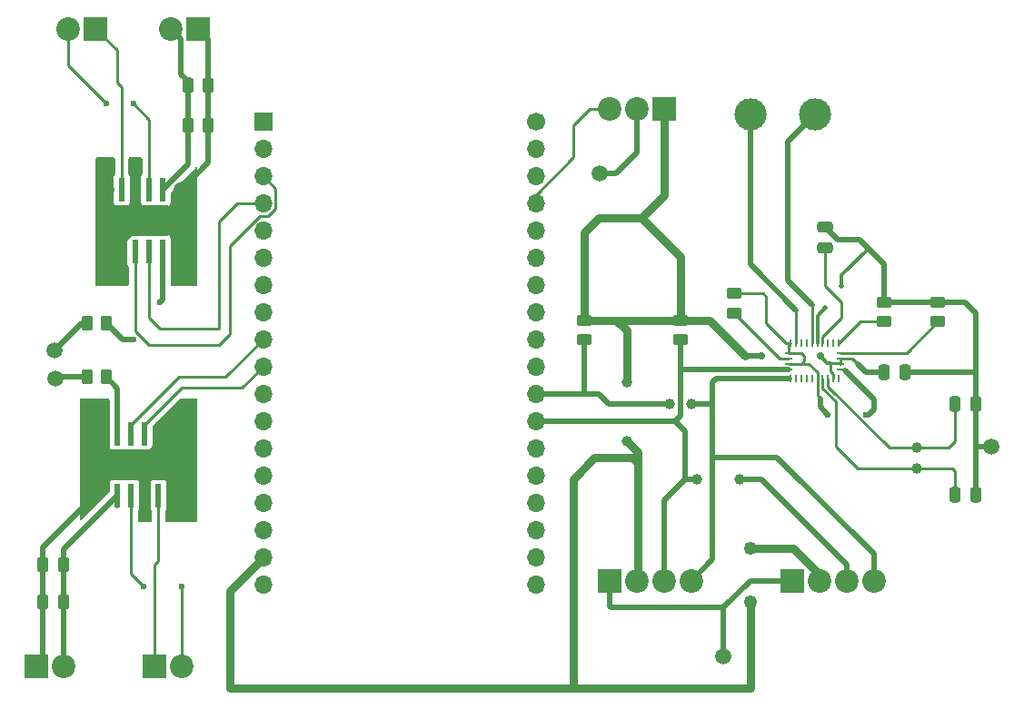
<source format=gtl>
G04 #@! TF.GenerationSoftware,KiCad,Pcbnew,8.0.5*
G04 #@! TF.CreationDate,2024-11-14T17:14:10-08:00*
G04 #@! TF.ProjectId,Predator-Bot-V1,50726564-6174-46f7-922d-426f742d5631,0.01*
G04 #@! TF.SameCoordinates,Original*
G04 #@! TF.FileFunction,Copper,L1,Top*
G04 #@! TF.FilePolarity,Positive*
%FSLAX46Y46*%
G04 Gerber Fmt 4.6, Leading zero omitted, Abs format (unit mm)*
G04 Created by KiCad (PCBNEW 8.0.5) date 2024-11-14 17:14:10*
%MOMM*%
%LPD*%
G01*
G04 APERTURE LIST*
G04 Aperture macros list*
%AMRoundRect*
0 Rectangle with rounded corners*
0 $1 Rounding radius*
0 $2 $3 $4 $5 $6 $7 $8 $9 X,Y pos of 4 corners*
0 Add a 4 corners polygon primitive as box body*
4,1,4,$2,$3,$4,$5,$6,$7,$8,$9,$2,$3,0*
0 Add four circle primitives for the rounded corners*
1,1,$1+$1,$2,$3*
1,1,$1+$1,$4,$5*
1,1,$1+$1,$6,$7*
1,1,$1+$1,$8,$9*
0 Add four rect primitives between the rounded corners*
20,1,$1+$1,$2,$3,$4,$5,0*
20,1,$1+$1,$4,$5,$6,$7,0*
20,1,$1+$1,$6,$7,$8,$9,0*
20,1,$1+$1,$8,$9,$2,$3,0*%
G04 Aperture macros list end*
G04 #@! TA.AperFunction,SMDPad,CuDef*
%ADD10RoundRect,0.250000X0.250000X0.475000X-0.250000X0.475000X-0.250000X-0.475000X0.250000X-0.475000X0*%
G04 #@! TD*
G04 #@! TA.AperFunction,SMDPad,CuDef*
%ADD11R,0.500000X2.200000*%
G04 #@! TD*
G04 #@! TA.AperFunction,ComponentPad*
%ADD12C,0.630000*%
G04 #@! TD*
G04 #@! TA.AperFunction,SMDPad,CuDef*
%ADD13R,4.900000X2.950000*%
G04 #@! TD*
G04 #@! TA.AperFunction,SMDPad,CuDef*
%ADD14RoundRect,0.250000X-0.262500X-0.450000X0.262500X-0.450000X0.262500X0.450000X-0.262500X0.450000X0*%
G04 #@! TD*
G04 #@! TA.AperFunction,ComponentPad*
%ADD15R,1.700000X1.700000*%
G04 #@! TD*
G04 #@! TA.AperFunction,ComponentPad*
%ADD16O,1.700000X1.700000*%
G04 #@! TD*
G04 #@! TA.AperFunction,ComponentPad*
%ADD17C,1.700000*%
G04 #@! TD*
G04 #@! TA.AperFunction,SMDPad,CuDef*
%ADD18R,0.254000X0.675000*%
G04 #@! TD*
G04 #@! TA.AperFunction,SMDPad,CuDef*
%ADD19R,0.675000X0.254000*%
G04 #@! TD*
G04 #@! TA.AperFunction,SMDPad,CuDef*
%ADD20RoundRect,0.250000X0.450000X-0.262500X0.450000X0.262500X-0.450000X0.262500X-0.450000X-0.262500X0*%
G04 #@! TD*
G04 #@! TA.AperFunction,ComponentPad*
%ADD21C,2.200000*%
G04 #@! TD*
G04 #@! TA.AperFunction,ComponentPad*
%ADD22R,2.200000X2.200000*%
G04 #@! TD*
G04 #@! TA.AperFunction,ComponentPad*
%ADD23C,1.000000*%
G04 #@! TD*
G04 #@! TA.AperFunction,SMDPad,CuDef*
%ADD24RoundRect,0.250000X-0.450000X0.262500X-0.450000X-0.262500X0.450000X-0.262500X0.450000X0.262500X0*%
G04 #@! TD*
G04 #@! TA.AperFunction,SMDPad,CuDef*
%ADD25RoundRect,0.250000X-0.250000X-0.475000X0.250000X-0.475000X0.250000X0.475000X-0.250000X0.475000X0*%
G04 #@! TD*
G04 #@! TA.AperFunction,ComponentPad*
%ADD26C,3.000000*%
G04 #@! TD*
G04 #@! TA.AperFunction,SMDPad,CuDef*
%ADD27RoundRect,0.250000X0.475000X-0.250000X0.475000X0.250000X-0.475000X0.250000X-0.475000X-0.250000X0*%
G04 #@! TD*
G04 #@! TA.AperFunction,ViaPad*
%ADD28C,1.250000*%
G04 #@! TD*
G04 #@! TA.AperFunction,ViaPad*
%ADD29C,0.600000*%
G04 #@! TD*
G04 #@! TA.AperFunction,ViaPad*
%ADD30C,1.500000*%
G04 #@! TD*
G04 #@! TA.AperFunction,ViaPad*
%ADD31C,0.500000*%
G04 #@! TD*
G04 #@! TA.AperFunction,ViaPad*
%ADD32C,1.000000*%
G04 #@! TD*
G04 #@! TA.AperFunction,ViaPad*
%ADD33C,0.700000*%
G04 #@! TD*
G04 #@! TA.AperFunction,Conductor*
%ADD34C,0.500000*%
G04 #@! TD*
G04 #@! TA.AperFunction,Conductor*
%ADD35C,0.750000*%
G04 #@! TD*
G04 #@! TA.AperFunction,Conductor*
%ADD36C,0.254000*%
G04 #@! TD*
G04 #@! TA.AperFunction,Conductor*
%ADD37C,0.300000*%
G04 #@! TD*
G04 #@! TA.AperFunction,Conductor*
%ADD38C,0.250000*%
G04 #@! TD*
G04 #@! TA.AperFunction,Conductor*
%ADD39C,0.200000*%
G04 #@! TD*
G04 APERTURE END LIST*
D10*
X190100000Y-101000000D03*
X192000000Y-101000000D03*
D11*
X115850000Y-103780000D03*
X114580000Y-103780000D03*
X113310000Y-103780000D03*
X112040000Y-103780000D03*
X112040000Y-109530000D03*
X113310000Y-109530000D03*
X114580000Y-109530000D03*
X115850000Y-109530000D03*
D12*
X115245000Y-106005000D03*
X113945000Y-106005000D03*
X112645000Y-106005000D03*
D13*
X113945000Y-106655000D03*
D12*
X115245000Y-107305000D03*
X113945000Y-107305000D03*
X112645000Y-107305000D03*
D14*
X111000000Y-93500000D03*
X109175000Y-93500000D03*
D15*
X125600000Y-74680000D03*
D16*
X125600000Y-77220000D03*
X125600000Y-79760000D03*
X125600000Y-82300000D03*
X125600000Y-84840000D03*
X125600000Y-87380000D03*
X125600000Y-89920000D03*
X125600000Y-92460000D03*
X125600000Y-95000000D03*
X125600000Y-97540000D03*
X125600000Y-100080000D03*
X125600000Y-102620000D03*
X125600000Y-105160000D03*
X125600000Y-107700000D03*
X125600000Y-110240000D03*
X125600000Y-112780000D03*
X125600000Y-115320000D03*
X125600000Y-117860000D03*
X151000000Y-117860000D03*
X151000000Y-115320000D03*
X151000000Y-112780000D03*
X151000000Y-110240000D03*
X151000000Y-107700000D03*
X151000000Y-105160000D03*
X151000000Y-102620000D03*
X151000000Y-100080000D03*
X151000000Y-97540000D03*
X151000000Y-95000000D03*
X151000000Y-92460000D03*
X151000000Y-89920000D03*
X151000000Y-87380000D03*
X151000000Y-84840000D03*
X151000000Y-82300000D03*
X151000000Y-79760000D03*
X151000000Y-77220000D03*
D17*
X151000000Y-74680000D03*
D18*
X179250000Y-98662500D03*
D19*
X179387500Y-97750000D03*
X179387500Y-97250000D03*
X179387500Y-96750000D03*
X179387500Y-96250000D03*
D18*
X179250000Y-95337500D03*
X178750000Y-95337500D03*
X178250000Y-95337500D03*
X177750000Y-95337500D03*
X177250000Y-95337500D03*
X176750000Y-95337500D03*
X176250000Y-95337500D03*
X175750000Y-95337500D03*
X175250000Y-95337500D03*
X174750000Y-95337500D03*
D19*
X174612500Y-96250000D03*
X174612500Y-96750000D03*
X174612500Y-97250000D03*
X174612500Y-97750000D03*
D18*
X174750000Y-98662500D03*
X175250000Y-98662500D03*
X175750000Y-98662500D03*
X176250000Y-98662500D03*
X176750000Y-98662500D03*
X177250000Y-98662500D03*
X177750000Y-98662500D03*
X178250000Y-98662500D03*
X178750000Y-98662500D03*
D20*
X188500000Y-93325000D03*
X188500000Y-91500000D03*
D21*
X107000000Y-125500000D03*
D22*
X104460000Y-125500000D03*
D14*
X109175000Y-98500000D03*
X111000000Y-98500000D03*
D20*
X164500000Y-95000000D03*
X164500000Y-93175000D03*
D10*
X107000000Y-119500000D03*
X105100000Y-119500000D03*
D23*
X186486526Y-105100000D03*
X186486526Y-107000000D03*
D22*
X174880000Y-117500000D03*
D21*
X177420000Y-117500000D03*
X179960000Y-117500000D03*
X182500000Y-117500000D03*
D24*
X183500000Y-91500000D03*
X183500000Y-93325000D03*
D25*
X118600000Y-75000000D03*
X120500000Y-75000000D03*
D21*
X117000000Y-66000000D03*
D22*
X119540000Y-66000000D03*
D10*
X190100000Y-109500000D03*
X192000000Y-109500000D03*
D22*
X163000000Y-73500000D03*
D21*
X160460000Y-73500000D03*
X157920000Y-73500000D03*
D26*
X171000000Y-74000000D03*
D24*
X169500000Y-90675000D03*
X169500000Y-92500000D03*
D27*
X178000000Y-86400000D03*
X178000000Y-84500000D03*
D25*
X118600000Y-71245000D03*
X120500000Y-71245000D03*
D21*
X107460000Y-66000000D03*
D22*
X110000000Y-66000000D03*
D12*
X115630000Y-83220000D03*
X114330000Y-83220000D03*
X113030000Y-83220000D03*
D13*
X114330000Y-83870000D03*
D12*
X115630000Y-84520000D03*
X114330000Y-84520000D03*
X113030000Y-84520000D03*
D11*
X112425000Y-80995000D03*
X113695000Y-80995000D03*
X114965000Y-80995000D03*
X116235000Y-80995000D03*
X116235000Y-86745000D03*
X114965000Y-86745000D03*
X113695000Y-86745000D03*
X112425000Y-86745000D03*
D20*
X155500000Y-95000000D03*
X155500000Y-93175000D03*
D26*
X177000000Y-74000000D03*
D21*
X118000000Y-125500000D03*
D22*
X115460000Y-125500000D03*
D21*
X165500000Y-117500000D03*
X162960000Y-117500000D03*
X160420000Y-117500000D03*
D22*
X157880000Y-117500000D03*
D10*
X107000000Y-116000000D03*
X105100000Y-116000000D03*
D25*
X183500000Y-98000000D03*
X185400000Y-98000000D03*
D28*
X171000000Y-114500000D03*
X171000000Y-119500000D03*
D29*
X111000000Y-73000000D03*
X113500000Y-73000000D03*
X113500000Y-95000000D03*
X116000000Y-91500000D03*
X118000000Y-118000000D03*
X114500000Y-118000000D03*
D30*
X111000000Y-87000000D03*
X106255000Y-98607500D03*
X118000000Y-87000000D03*
X109500000Y-110000000D03*
X111000000Y-81000000D03*
X109500000Y-102000000D03*
X118000000Y-83000000D03*
X111000000Y-89000000D03*
X118000000Y-85000000D03*
X118000000Y-104000000D03*
X109500000Y-104000000D03*
X118000000Y-102000000D03*
X118000000Y-110000000D03*
D29*
X178250000Y-102000000D03*
D30*
X118000000Y-89000000D03*
X109500000Y-106000000D03*
D31*
X179500000Y-90000000D03*
D30*
X118000000Y-106000000D03*
X111000000Y-83000000D03*
D29*
X181750000Y-102000000D03*
D30*
X106175000Y-96000000D03*
X168500000Y-124500000D03*
X111000000Y-79000000D03*
X118000000Y-81000000D03*
X109500000Y-108000000D03*
X157000000Y-79500000D03*
D31*
X178000000Y-92000000D03*
D30*
X111000000Y-85000000D03*
X118000000Y-108000000D03*
X193500000Y-105000000D03*
D32*
X166000000Y-108000000D03*
X163500000Y-101000000D03*
X165500000Y-101000000D03*
X159500000Y-104500000D03*
D33*
X172000000Y-96500000D03*
X177500000Y-96500000D03*
D32*
X159500000Y-99000000D03*
X170000000Y-108000000D03*
D34*
X181767501Y-101982499D02*
X181785002Y-102000000D01*
D35*
X159500000Y-99000000D02*
X159500000Y-94175000D01*
X159500000Y-94175000D02*
X158500000Y-93175000D01*
X160500000Y-105500000D02*
X160500000Y-106500000D01*
X159500000Y-104500000D02*
X160500000Y-105500000D01*
D34*
X192000000Y-98000000D02*
X185400000Y-98000000D01*
D36*
X179000000Y-100778764D02*
X179000000Y-105000000D01*
X181000000Y-107000000D02*
X186486526Y-107000000D01*
X177750000Y-99528764D02*
X179000000Y-100778764D01*
X179000000Y-105000000D02*
X181000000Y-107000000D01*
X177750000Y-98662500D02*
X177750000Y-99528764D01*
X190100000Y-107300000D02*
X190100000Y-109500000D01*
X189800000Y-107000000D02*
X190100000Y-107300000D01*
X190100000Y-104500000D02*
X190100000Y-101000000D01*
X189500000Y-105100000D02*
X190100000Y-104500000D01*
D34*
X192000000Y-92500000D02*
X192000000Y-98000000D01*
X191000000Y-91500000D02*
X192000000Y-92500000D01*
X188500000Y-91500000D02*
X191000000Y-91500000D01*
D36*
X186486526Y-107000000D02*
X189800000Y-107000000D01*
X186486526Y-105100000D02*
X189500000Y-105100000D01*
D35*
X156500000Y-106000000D02*
X160000000Y-106000000D01*
X154500000Y-127500000D02*
X154500000Y-108000000D01*
X154500000Y-108000000D02*
X156500000Y-106000000D01*
X160000000Y-106000000D02*
X160500000Y-106500000D01*
D36*
X177750000Y-94719000D02*
X177750000Y-95337500D01*
X179500000Y-91500000D02*
X179500000Y-92969000D01*
X179500000Y-92969000D02*
X177750000Y-94719000D01*
X178000000Y-90000000D02*
X179500000Y-91500000D01*
X178000000Y-86400000D02*
X178000000Y-90000000D01*
D37*
X179500000Y-90000000D02*
X179500000Y-89000000D01*
X179500000Y-89000000D02*
X182000000Y-86500000D01*
D34*
X181175000Y-85675000D02*
X179175000Y-85675000D01*
X183500000Y-88000000D02*
X181175000Y-85675000D01*
X183500000Y-91500000D02*
X183500000Y-88000000D01*
X179175000Y-85675000D02*
X178000000Y-84500000D01*
D36*
X189800000Y-109500000D02*
X190100000Y-109500000D01*
X183963288Y-105100000D02*
X186486526Y-105100000D01*
X178250000Y-99250000D02*
X178250000Y-99386712D01*
X178250000Y-99386712D02*
X183963288Y-105100000D01*
X176750000Y-91750000D02*
X176750000Y-95337500D01*
D34*
X174500000Y-89500000D02*
X176750000Y-91750000D01*
X174500000Y-76500000D02*
X174500000Y-89500000D01*
X177000000Y-74000000D02*
X174500000Y-76500000D01*
D36*
X175250000Y-92250000D02*
X175250000Y-95337500D01*
D34*
X171000000Y-88000000D02*
X175250000Y-92250000D01*
X171000000Y-74000000D02*
X171000000Y-88000000D01*
X167837500Y-98662500D02*
X174673000Y-98662500D01*
X164673000Y-97827000D02*
X174535500Y-97827000D01*
X164500000Y-98000000D02*
X164500000Y-97500000D01*
X164500000Y-102120000D02*
X164500000Y-98000000D01*
X164500000Y-98000000D02*
X164673000Y-97827000D01*
X173500000Y-106000000D02*
X182500000Y-115000000D01*
X182500000Y-115000000D02*
X182500000Y-117500000D01*
X167500000Y-106000000D02*
X173500000Y-106000000D01*
X180000000Y-116000000D02*
X172000000Y-108000000D01*
X180000000Y-117460000D02*
X180000000Y-116000000D01*
X172000000Y-108000000D02*
X170000000Y-108000000D01*
X182500000Y-100548000D02*
X179827000Y-97875000D01*
X182500000Y-101500000D02*
X182500000Y-100548000D01*
X182000000Y-102000000D02*
X182500000Y-101500000D01*
D38*
X177250000Y-100250000D02*
X177500000Y-100500000D01*
X177250000Y-98662500D02*
X177250000Y-100250000D01*
D34*
X177500000Y-101250000D02*
X177500000Y-100500000D01*
X178250000Y-102000000D02*
X177500000Y-101250000D01*
X160460000Y-77540000D02*
X160460000Y-73500000D01*
X158500000Y-79500000D02*
X160460000Y-77540000D01*
X157000000Y-79500000D02*
X158500000Y-79500000D01*
D36*
X179960000Y-117500000D02*
X180000000Y-117460000D01*
D35*
X174980000Y-114500000D02*
X171000000Y-114500000D01*
D34*
X171000000Y-117500000D02*
X168500000Y-120000000D01*
X174880000Y-117500000D02*
X171000000Y-117500000D01*
D35*
X177420000Y-116940000D02*
X174980000Y-114500000D01*
X177420000Y-117500000D02*
X177420000Y-116940000D01*
X122500000Y-118420000D02*
X125600000Y-115320000D01*
X122500000Y-127500000D02*
X122500000Y-118420000D01*
X171000000Y-127500000D02*
X122500000Y-127500000D01*
D34*
X157880000Y-119880000D02*
X157880000Y-117500000D01*
X158000000Y-120000000D02*
X157880000Y-119880000D01*
X168500000Y-120000000D02*
X158000000Y-120000000D01*
D35*
X171000000Y-119500000D02*
X171000000Y-127500000D01*
D34*
X165500000Y-101000000D02*
X167500000Y-101000000D01*
X167500000Y-101000000D02*
X167500000Y-99000000D01*
X167500000Y-106000000D02*
X167500000Y-101000000D01*
X165500000Y-117500000D02*
X167500000Y-115500000D01*
X167500000Y-115500000D02*
X167500000Y-106000000D01*
X163000000Y-109960000D02*
X164960000Y-108000000D01*
X163000000Y-117460000D02*
X163000000Y-109960000D01*
D36*
X162960000Y-117500000D02*
X163000000Y-117460000D01*
D35*
X160500000Y-117420000D02*
X160500000Y-106500000D01*
D34*
X160420000Y-117500000D02*
X160500000Y-117420000D01*
X156920000Y-100080000D02*
X151000000Y-100080000D01*
X163500000Y-101000000D02*
X157840000Y-101000000D01*
X157840000Y-101000000D02*
X156920000Y-100080000D01*
D35*
X156847000Y-83653000D02*
X160847000Y-83653000D01*
X155500000Y-85000000D02*
X156847000Y-83653000D01*
X155500000Y-93175000D02*
X155500000Y-85000000D01*
X164500000Y-93175000D02*
X155500000Y-93175000D01*
D34*
X155500000Y-100080000D02*
X155500000Y-95000000D01*
D36*
X156000000Y-73500000D02*
X157920000Y-73500000D01*
X154500000Y-75000000D02*
X156000000Y-73500000D01*
X151000000Y-81500000D02*
X154500000Y-78000000D01*
X154500000Y-78000000D02*
X154500000Y-75000000D01*
D39*
X151000000Y-82300000D02*
X151000000Y-81500000D01*
D35*
X160847000Y-83653000D02*
X163000000Y-81500000D01*
X163000000Y-81500000D02*
X163000000Y-79500000D01*
D34*
X164000000Y-102620000D02*
X164500000Y-102120000D01*
X151000000Y-102620000D02*
X164000000Y-102620000D01*
D36*
X114965000Y-74465000D02*
X114965000Y-80995000D01*
X113500000Y-73000000D02*
X114965000Y-74465000D01*
X107460000Y-69460000D02*
X107460000Y-66000000D01*
X111000000Y-73000000D02*
X107460000Y-69460000D01*
X115850000Y-115617000D02*
X115850000Y-109530000D01*
X115460000Y-116007000D02*
X115850000Y-115617000D01*
X112000000Y-68000000D02*
X110000000Y-66000000D01*
X112000000Y-71000000D02*
X112000000Y-68000000D01*
X112425000Y-71425000D02*
X112000000Y-71000000D01*
X112425000Y-80995000D02*
X112425000Y-71425000D01*
D34*
X120500000Y-66960000D02*
X120500000Y-71245000D01*
X119540000Y-66000000D02*
X120500000Y-66960000D01*
X117960000Y-66960000D02*
X117000000Y-66000000D01*
X117960000Y-70260000D02*
X117960000Y-66960000D01*
X118600000Y-70900000D02*
X117960000Y-70260000D01*
X118600000Y-71245000D02*
X118600000Y-70900000D01*
X120500000Y-78500000D02*
X118000000Y-81000000D01*
X120500000Y-75000000D02*
X120500000Y-78500000D01*
X120500000Y-71245000D02*
X120500000Y-75000000D01*
X118600000Y-75000000D02*
X118600000Y-71245000D01*
X118600000Y-78630000D02*
X118600000Y-75000000D01*
X116235000Y-80995000D02*
X118600000Y-78630000D01*
X108675000Y-93500000D02*
X109175000Y-93500000D01*
X106175000Y-96000000D02*
X108675000Y-93500000D01*
X112500000Y-95000000D02*
X113500000Y-95000000D01*
X111000000Y-93500000D02*
X112500000Y-95000000D01*
D36*
X114500000Y-118000000D02*
X113310000Y-116810000D01*
X113310000Y-116810000D02*
X113310000Y-109530000D01*
D34*
X116235000Y-91265000D02*
X116000000Y-91500000D01*
X116235000Y-86745000D02*
X116235000Y-91265000D01*
D36*
X114965000Y-92965000D02*
X114965000Y-86745000D01*
X121500000Y-94000000D02*
X116000000Y-94000000D01*
X121500000Y-84000000D02*
X121500000Y-94000000D01*
X123200000Y-82300000D02*
X121500000Y-84000000D01*
X125600000Y-82300000D02*
X123200000Y-82300000D01*
X116000000Y-94000000D02*
X114965000Y-92965000D01*
X113695000Y-94195000D02*
X113695000Y-86745000D01*
X115000000Y-95500000D02*
X113695000Y-94195000D01*
X121500000Y-95500000D02*
X115000000Y-95500000D01*
X122500000Y-94500000D02*
X121500000Y-95500000D01*
X125298470Y-83477000D02*
X122500000Y-86275470D01*
X126087530Y-83477000D02*
X125298470Y-83477000D01*
X126777000Y-82787530D02*
X126087530Y-83477000D01*
X126777000Y-80937000D02*
X126777000Y-82787530D01*
X125600000Y-79760000D02*
X126777000Y-80937000D01*
X122500000Y-86275470D02*
X122500000Y-94500000D01*
D34*
X112040000Y-99540000D02*
X111000000Y-98500000D01*
X112040000Y-103780000D02*
X112040000Y-99540000D01*
D36*
X117740000Y-98500000D02*
X122100000Y-98500000D01*
X113310000Y-102930000D02*
X117740000Y-98500000D01*
X113310000Y-103780000D02*
X113310000Y-102930000D01*
X122100000Y-98500000D02*
X125600000Y-95000000D01*
X123640000Y-99500000D02*
X125600000Y-97540000D01*
X118010000Y-99500000D02*
X123640000Y-99500000D01*
X114580000Y-103780000D02*
X114580000Y-102930000D01*
X114580000Y-102930000D02*
X118010000Y-99500000D01*
X115000000Y-80960000D02*
X114965000Y-80995000D01*
D34*
X105100000Y-116000000D02*
X105100000Y-114400000D01*
X105100000Y-114400000D02*
X109500000Y-110000000D01*
X105100000Y-124860000D02*
X104460000Y-125500000D01*
X105100000Y-120000000D02*
X105100000Y-124860000D01*
X105100000Y-116000000D02*
X105100000Y-120000000D01*
X107000000Y-120000000D02*
X107000000Y-125500000D01*
X107000000Y-116000000D02*
X107000000Y-120000000D01*
X112040000Y-109530000D02*
X107000000Y-114570000D01*
X107000000Y-114570000D02*
X107000000Y-116000000D01*
D36*
X118000000Y-118000000D02*
X118000000Y-125500000D01*
X115460000Y-116007000D02*
X115460000Y-125500000D01*
D34*
X112425000Y-85895000D02*
X113695000Y-84625000D01*
X114330000Y-83870000D02*
X113695000Y-83235000D01*
X192000000Y-105000000D02*
X192000000Y-109500000D01*
X113695000Y-83235000D02*
X113695000Y-80995000D01*
D36*
X172175000Y-90675000D02*
X169500000Y-90675000D01*
X112425000Y-86745000D02*
X112425000Y-85895000D01*
D34*
X192000000Y-101000000D02*
X192000000Y-97500000D01*
D38*
X177250000Y-98662500D02*
X177250000Y-98048000D01*
D36*
X106362500Y-98500000D02*
X106255000Y-98607500D01*
D37*
X177250000Y-95337500D02*
X177250000Y-92750000D01*
D34*
X113695000Y-84625000D02*
X113695000Y-80995000D01*
D36*
X115850000Y-103780000D02*
X115850000Y-104750000D01*
X172500000Y-93500000D02*
X172500000Y-91000000D01*
X174337500Y-95337500D02*
X172500000Y-93500000D01*
D34*
X115850000Y-104750000D02*
X113945000Y-106655000D01*
D36*
X175750000Y-97250000D02*
X176000000Y-97000000D01*
X105000000Y-115900000D02*
X105100000Y-116000000D01*
D37*
X179827000Y-97875000D02*
X179752449Y-97875000D01*
D34*
X168500000Y-124500000D02*
X168500000Y-120000000D01*
D36*
X174612500Y-97250000D02*
X175750000Y-97250000D01*
X176000000Y-96500000D02*
X175750000Y-96250000D01*
X172500000Y-91000000D02*
X172175000Y-90675000D01*
D34*
X188500000Y-91500000D02*
X183500000Y-91500000D01*
D36*
X174612500Y-95475000D02*
X174750000Y-95337500D01*
D34*
X109175000Y-98500000D02*
X106362500Y-98500000D01*
D36*
X174750000Y-95337500D02*
X174337500Y-95337500D01*
X175750000Y-96250000D02*
X174612500Y-96250000D01*
D37*
X177250000Y-92750000D02*
X178000000Y-92000000D01*
D36*
X174612500Y-96250000D02*
X174612500Y-95475000D01*
X176000000Y-97000000D02*
X176000000Y-96500000D01*
D34*
X192000000Y-101000000D02*
X192000000Y-105000000D01*
X192000000Y-105000000D02*
X193500000Y-105000000D01*
D38*
X176452000Y-97250000D02*
X175750000Y-97250000D01*
X177250000Y-98048000D02*
X176452000Y-97250000D01*
D34*
X116235000Y-80765000D02*
X116235000Y-80995000D01*
D36*
X178250000Y-99281000D02*
X178250000Y-98662500D01*
X107000000Y-115450000D02*
X106900000Y-115350000D01*
D34*
X112040000Y-110460000D02*
X112040000Y-109530000D01*
X164960000Y-108000000D02*
X164960000Y-103580000D01*
X166000000Y-108000000D02*
X164960000Y-108000000D01*
X164960000Y-103580000D02*
X164000000Y-102620000D01*
X164500000Y-97500000D02*
X164500000Y-95000000D01*
X167837500Y-98662500D02*
X167500000Y-99000000D01*
D36*
X118000000Y-125814000D02*
X118000000Y-125500000D01*
X173750000Y-96750000D02*
X174612500Y-96750000D01*
X169500000Y-92500000D02*
X173750000Y-96750000D01*
X183500000Y-93325000D02*
X181262500Y-93325000D01*
X181262500Y-93325000D02*
X179250000Y-95337500D01*
X188500000Y-93325000D02*
X185575000Y-96250000D01*
X185575000Y-96250000D02*
X179387500Y-96250000D01*
X176750000Y-74250000D02*
X177000000Y-74000000D01*
D34*
X181750000Y-98000000D02*
X181000000Y-97250000D01*
X183500000Y-98000000D02*
X181750000Y-98000000D01*
D35*
X167175000Y-93175000D02*
X164500000Y-93175000D01*
D36*
X178500000Y-97954000D02*
X178500000Y-97173000D01*
X178500000Y-97173000D02*
X179310500Y-97173000D01*
D37*
X178173000Y-97173000D02*
X178500000Y-97173000D01*
D36*
X179310500Y-97173000D02*
X179387500Y-97250000D01*
D35*
X164500000Y-87306000D02*
X160847000Y-83653000D01*
D36*
X178750000Y-98662500D02*
X178750000Y-98204000D01*
D35*
X163000000Y-79500000D02*
X163000000Y-73500000D01*
D36*
X179387500Y-96750000D02*
X180500000Y-96750000D01*
D35*
X164500000Y-93175000D02*
X164500000Y-87306000D01*
D37*
X177500000Y-96500000D02*
X178173000Y-97173000D01*
D36*
X180500000Y-96750000D02*
X181000000Y-97250000D01*
X178750000Y-98204000D02*
X178500000Y-97954000D01*
D34*
X177420000Y-117500000D02*
X177420000Y-118060000D01*
D36*
X179387500Y-96750000D02*
X179387500Y-97250000D01*
D34*
X178000000Y-101750000D02*
X178250000Y-102000000D01*
X172000000Y-96500000D02*
X170500000Y-96500000D01*
D35*
X170500000Y-96500000D02*
X167175000Y-93175000D01*
G04 #@! TA.AperFunction,Conductor*
G36*
X111232539Y-100519685D02*
G01*
X111278294Y-100572489D01*
X111289500Y-100624000D01*
X111289500Y-104927870D01*
X111289501Y-104927876D01*
X111295908Y-104987483D01*
X111346202Y-105122328D01*
X111346206Y-105122335D01*
X111432452Y-105237544D01*
X111432455Y-105237547D01*
X111547664Y-105323793D01*
X111547671Y-105323797D01*
X111592618Y-105340561D01*
X111682517Y-105374091D01*
X111742127Y-105380500D01*
X112337872Y-105380499D01*
X112397483Y-105374091D01*
X112532331Y-105323796D01*
X112600689Y-105272622D01*
X112666153Y-105248206D01*
X112734426Y-105263057D01*
X112749311Y-105272623D01*
X112817669Y-105323796D01*
X112817671Y-105323797D01*
X112862618Y-105340561D01*
X112952517Y-105374091D01*
X113012127Y-105380500D01*
X113607872Y-105380499D01*
X113667483Y-105374091D01*
X113802331Y-105323796D01*
X113870689Y-105272622D01*
X113936153Y-105248206D01*
X114004426Y-105263057D01*
X114019311Y-105272623D01*
X114087669Y-105323796D01*
X114087671Y-105323797D01*
X114132618Y-105340561D01*
X114222517Y-105374091D01*
X114282127Y-105380500D01*
X114877872Y-105380499D01*
X114937483Y-105374091D01*
X115072331Y-105323796D01*
X115187546Y-105237546D01*
X115273796Y-105122331D01*
X115324091Y-104987483D01*
X115330500Y-104927873D01*
X115330499Y-103118279D01*
X115350184Y-103051241D01*
X115366813Y-103030604D01*
X117861100Y-100536319D01*
X117922423Y-100502834D01*
X117948781Y-100500000D01*
X119376000Y-100500000D01*
X119443039Y-100519685D01*
X119488794Y-100572489D01*
X119500000Y-100624000D01*
X119500000Y-111876000D01*
X119480315Y-111943039D01*
X119427511Y-111988794D01*
X119376000Y-112000000D01*
X116601500Y-112000000D01*
X116534461Y-111980315D01*
X116488706Y-111927511D01*
X116477500Y-111876000D01*
X116477500Y-111002161D01*
X116497185Y-110935122D01*
X116502234Y-110927850D01*
X116543796Y-110872331D01*
X116594091Y-110737483D01*
X116600500Y-110677873D01*
X116600499Y-108382128D01*
X116594091Y-108322517D01*
X116543796Y-108187669D01*
X116543795Y-108187668D01*
X116543793Y-108187664D01*
X116457547Y-108072455D01*
X116457544Y-108072452D01*
X116342335Y-107986206D01*
X116342328Y-107986202D01*
X116207486Y-107935910D01*
X116207485Y-107935909D01*
X116207483Y-107935909D01*
X116147873Y-107929500D01*
X116147863Y-107929500D01*
X115552129Y-107929500D01*
X115552123Y-107929501D01*
X115492516Y-107935908D01*
X115357671Y-107986202D01*
X115357664Y-107986206D01*
X115242455Y-108072452D01*
X115242452Y-108072455D01*
X115156206Y-108187664D01*
X115156202Y-108187671D01*
X115105908Y-108322517D01*
X115099501Y-108382116D01*
X115099501Y-108382123D01*
X115099500Y-108382135D01*
X115099500Y-110677870D01*
X115099501Y-110677876D01*
X115105908Y-110737483D01*
X115156202Y-110872327D01*
X115156204Y-110872331D01*
X115197766Y-110927850D01*
X115222184Y-110993314D01*
X115222500Y-111002161D01*
X115222500Y-111876000D01*
X115202815Y-111943039D01*
X115150011Y-111988794D01*
X115098500Y-112000000D01*
X114061500Y-112000000D01*
X113994461Y-111980315D01*
X113948706Y-111927511D01*
X113937500Y-111876000D01*
X113937500Y-111002161D01*
X113957185Y-110935122D01*
X113962234Y-110927850D01*
X114003796Y-110872331D01*
X114054091Y-110737483D01*
X114060500Y-110677873D01*
X114060499Y-108382128D01*
X114054091Y-108322517D01*
X114003796Y-108187669D01*
X114003795Y-108187668D01*
X114003793Y-108187664D01*
X113917547Y-108072455D01*
X113917544Y-108072452D01*
X113802335Y-107986206D01*
X113802328Y-107986202D01*
X113667486Y-107935910D01*
X113667485Y-107935909D01*
X113667483Y-107935909D01*
X113607873Y-107929500D01*
X113607863Y-107929500D01*
X113012129Y-107929500D01*
X113012123Y-107929501D01*
X112952516Y-107935908D01*
X112817671Y-107986202D01*
X112817669Y-107986203D01*
X112749311Y-108037377D01*
X112683847Y-108061794D01*
X112615574Y-108046943D01*
X112600689Y-108037377D01*
X112532330Y-107986203D01*
X112532328Y-107986202D01*
X112397486Y-107935910D01*
X112397485Y-107935909D01*
X112397483Y-107935909D01*
X112337873Y-107929500D01*
X112337863Y-107929500D01*
X111742129Y-107929500D01*
X111742123Y-107929501D01*
X111682516Y-107935908D01*
X111547671Y-107986202D01*
X111547664Y-107986206D01*
X111432455Y-108072452D01*
X111432452Y-108072455D01*
X111346206Y-108187664D01*
X111346202Y-108187671D01*
X111295908Y-108322517D01*
X111289501Y-108382116D01*
X111289501Y-108382123D01*
X111289500Y-108382135D01*
X111289500Y-109167770D01*
X111269815Y-109234809D01*
X111253181Y-109255451D01*
X108711681Y-111796951D01*
X108650358Y-111830436D01*
X108580666Y-111825452D01*
X108524733Y-111783580D01*
X108500316Y-111718116D01*
X108500000Y-111709270D01*
X108500000Y-100624000D01*
X108519685Y-100556961D01*
X108572489Y-100511206D01*
X108624000Y-100500000D01*
X111165500Y-100500000D01*
X111232539Y-100519685D01*
G37*
G04 #@! TD.AperFunction*
G04 #@! TA.AperFunction,Conductor*
G36*
X111740539Y-78019685D02*
G01*
X111786294Y-78072489D01*
X111797500Y-78124000D01*
X111797500Y-79522837D01*
X111777815Y-79589876D01*
X111772767Y-79597148D01*
X111731204Y-79652669D01*
X111731202Y-79652671D01*
X111680908Y-79787517D01*
X111674501Y-79847116D01*
X111674501Y-79847123D01*
X111674500Y-79847135D01*
X111674500Y-82142870D01*
X111674501Y-82142876D01*
X111680908Y-82202483D01*
X111731202Y-82337328D01*
X111731206Y-82337335D01*
X111817452Y-82452544D01*
X111817455Y-82452547D01*
X111932664Y-82538793D01*
X111932671Y-82538797D01*
X111977618Y-82555561D01*
X112067517Y-82589091D01*
X112127127Y-82595500D01*
X112722872Y-82595499D01*
X112782483Y-82589091D01*
X112917331Y-82538796D01*
X113032546Y-82452546D01*
X113118796Y-82337331D01*
X113169091Y-82202483D01*
X113175500Y-82142873D01*
X113175499Y-79847128D01*
X113169091Y-79787517D01*
X113118796Y-79652669D01*
X113077233Y-79597148D01*
X113052816Y-79531684D01*
X113052500Y-79522837D01*
X113052500Y-78124000D01*
X113072185Y-78056961D01*
X113124989Y-78011206D01*
X113176500Y-78000000D01*
X114213500Y-78000000D01*
X114280539Y-78019685D01*
X114326294Y-78072489D01*
X114337500Y-78124000D01*
X114337500Y-79522837D01*
X114317815Y-79589876D01*
X114312767Y-79597148D01*
X114271204Y-79652669D01*
X114271202Y-79652671D01*
X114220908Y-79787517D01*
X114214501Y-79847116D01*
X114214501Y-79847123D01*
X114214500Y-79847135D01*
X114214500Y-82142870D01*
X114214501Y-82142876D01*
X114220908Y-82202483D01*
X114271202Y-82337328D01*
X114271206Y-82337335D01*
X114357452Y-82452544D01*
X114357455Y-82452547D01*
X114472664Y-82538793D01*
X114472671Y-82538797D01*
X114517618Y-82555561D01*
X114607517Y-82589091D01*
X114667127Y-82595500D01*
X115262872Y-82595499D01*
X115322483Y-82589091D01*
X115457331Y-82538796D01*
X115525689Y-82487622D01*
X115591153Y-82463206D01*
X115659426Y-82478057D01*
X115674311Y-82487623D01*
X115742669Y-82538796D01*
X115742671Y-82538797D01*
X115787618Y-82555561D01*
X115877517Y-82589091D01*
X115937127Y-82595500D01*
X116532872Y-82595499D01*
X116592483Y-82589091D01*
X116727331Y-82538796D01*
X116842546Y-82452546D01*
X116928796Y-82337331D01*
X116979091Y-82202483D01*
X116985500Y-82142873D01*
X116985499Y-81357228D01*
X117005183Y-81290190D01*
X117021813Y-81269553D01*
X119182952Y-79108416D01*
X119232186Y-79034729D01*
X119265084Y-78985495D01*
X119265086Y-78985489D01*
X119266642Y-78982581D01*
X119267859Y-78981341D01*
X119268470Y-78980428D01*
X119268643Y-78980543D01*
X119315604Y-78932737D01*
X119383742Y-78917276D01*
X119449421Y-78941107D01*
X119491790Y-78996665D01*
X119500000Y-79041034D01*
X119500000Y-89876000D01*
X119480315Y-89943039D01*
X119427511Y-89988794D01*
X119376000Y-90000000D01*
X117109500Y-90000000D01*
X117042461Y-89980315D01*
X116996706Y-89927511D01*
X116985500Y-89876000D01*
X116985500Y-86661093D01*
X116985499Y-86661079D01*
X116985499Y-85597129D01*
X116985498Y-85597123D01*
X116985497Y-85597116D01*
X116979091Y-85537517D01*
X116928796Y-85402669D01*
X116928795Y-85402668D01*
X116928793Y-85402664D01*
X116842547Y-85287455D01*
X116842544Y-85287452D01*
X116727335Y-85201206D01*
X116727328Y-85201202D01*
X116592486Y-85150910D01*
X116592485Y-85150909D01*
X116592483Y-85150909D01*
X116532873Y-85144500D01*
X116532863Y-85144500D01*
X115937129Y-85144500D01*
X115937123Y-85144501D01*
X115877516Y-85150908D01*
X115742671Y-85201202D01*
X115742669Y-85201203D01*
X115674311Y-85252377D01*
X115608847Y-85276794D01*
X115540574Y-85261943D01*
X115525689Y-85252377D01*
X115457330Y-85201203D01*
X115457328Y-85201202D01*
X115322486Y-85150910D01*
X115322485Y-85150909D01*
X115322483Y-85150909D01*
X115262873Y-85144500D01*
X115262863Y-85144500D01*
X114667129Y-85144500D01*
X114667123Y-85144501D01*
X114607516Y-85150908D01*
X114472671Y-85201202D01*
X114472669Y-85201203D01*
X114404311Y-85252377D01*
X114338847Y-85276794D01*
X114270574Y-85261943D01*
X114255689Y-85252377D01*
X114187330Y-85201203D01*
X114187328Y-85201202D01*
X114052486Y-85150910D01*
X114052485Y-85150909D01*
X114052483Y-85150909D01*
X113992873Y-85144500D01*
X113992863Y-85144500D01*
X113397129Y-85144500D01*
X113397123Y-85144501D01*
X113337516Y-85150908D01*
X113202671Y-85201202D01*
X113202664Y-85201206D01*
X113087455Y-85287452D01*
X113087452Y-85287455D01*
X113001206Y-85402664D01*
X113001202Y-85402671D01*
X112950908Y-85537517D01*
X112944501Y-85597116D01*
X112944501Y-85597123D01*
X112944500Y-85597135D01*
X112944500Y-87892870D01*
X112944501Y-87892876D01*
X112950908Y-87952483D01*
X113001202Y-88087327D01*
X113001204Y-88087331D01*
X113042766Y-88142850D01*
X113067184Y-88208314D01*
X113067500Y-88217161D01*
X113067500Y-89876000D01*
X113047815Y-89943039D01*
X112995011Y-89988794D01*
X112943500Y-90000000D01*
X110124000Y-90000000D01*
X110056961Y-89980315D01*
X110011206Y-89927511D01*
X110000000Y-89876000D01*
X110000000Y-78124000D01*
X110019685Y-78056961D01*
X110072489Y-78011206D01*
X110124000Y-78000000D01*
X111673500Y-78000000D01*
X111740539Y-78019685D01*
G37*
G04 #@! TD.AperFunction*
M02*

</source>
